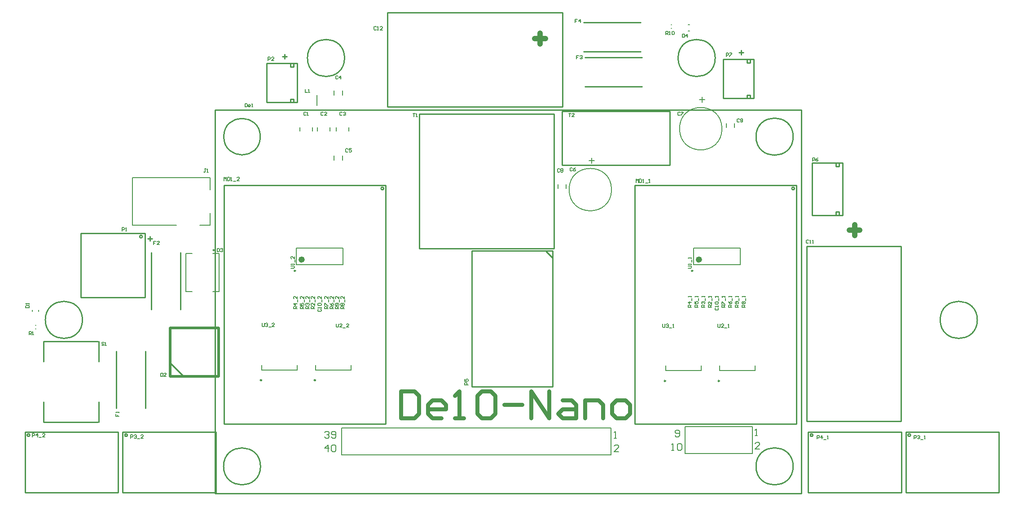
<source format=gto>
G04*
G04 #@! TF.GenerationSoftware,Altium Limited,Altium Designer,22.3.1 (43)*
G04*
G04 Layer_Color=65535*
%FSLAX44Y44*%
%MOMM*%
G71*
G04*
G04 #@! TF.SameCoordinates,183D5ADB-B2EB-4085-A593-B9F204B0C739*
G04*
G04*
G04 #@! TF.FilePolarity,Positive*
G04*
G01*
G75*
%ADD10C,0.2540*%
%ADD11C,0.1000*%
%ADD12C,0.2500*%
%ADD13C,0.6000*%
%ADD14C,0.2000*%
%ADD15C,0.5080*%
%ADD16C,1.0000*%
%ADD17C,0.7620*%
%ADD18C,0.2032*%
%ADD19C,0.1500*%
%ADD20C,0.1270*%
D10*
X-926905Y67020D02*
G03*
X-926905Y67020I-2540J0D01*
G01*
X303037Y157730D02*
G03*
X303037Y157730I-2540J0D01*
G01*
X-471663Y157730D02*
G03*
X-471663Y157730I-2540J0D01*
G01*
X-704036Y-366772D02*
G03*
X-704036Y-366772I-34855J0D01*
G01*
X300533D02*
G03*
X300533Y-366772I-35024J0D01*
G01*
X300545Y255528D02*
G03*
X300545Y255528I-35037J0D01*
G01*
X-704486D02*
G03*
X-704486Y255528I-34405J0D01*
G01*
X-955046Y-307843D02*
G03*
X-955046Y-307843I-2540J0D01*
G01*
X-1139196D02*
G03*
X-1139196Y-307843I-2540J0D01*
G01*
X521964Y-307843D02*
G03*
X521964Y-307843I-2540J0D01*
G01*
X337814D02*
G03*
X337814Y-307843I-2540J0D01*
G01*
X-545528Y404018D02*
G03*
X-545528Y404018I-35014J0D01*
G01*
X153565Y404019D02*
G03*
X153565Y404019I-35014J0D01*
G01*
X647898Y-90315D02*
G03*
X647898Y-90315I-35014J0D01*
G01*
X-1039861Y-90314D02*
G03*
X-1039861Y-90314I-35014J0D01*
G01*
X-305555Y40340D02*
X-153155D01*
Y-216200D02*
Y40340D01*
X-165855Y39070D02*
X-153155Y26370D01*
X-305555Y-216200D02*
X-153155D01*
X-305555D02*
Y40340D01*
X-1043095Y-48230D02*
X-921505D01*
Y73370D01*
X-1043095D02*
X-921505D01*
X-1043095Y-48230D02*
Y73370D01*
X67825Y201630D02*
Y303230D01*
X-135375D02*
X67825D01*
X-135375Y201630D02*
X67825D01*
X-135375D02*
Y303230D01*
X-464392Y489359D02*
X-134192D01*
X-464392Y311559D02*
Y489359D01*
X-134192Y311559D02*
Y489359D01*
X-464392Y311559D02*
X-134192D01*
X326489Y-281682D02*
Y48518D01*
Y-281682D02*
X504289D01*
X326489Y48518D02*
X504289D01*
Y-281682D02*
Y48518D01*
X-975942Y-257192D02*
Y-149691D01*
X-920942Y-257192D02*
Y-149691D01*
X-94642Y470989D02*
X12858D01*
X-94642Y415989D02*
X12858D01*
X-92102Y404949D02*
X15398D01*
X-92102Y349949D02*
X15398D01*
X-854902Y-70771D02*
Y36729D01*
X-909902Y-70771D02*
Y36729D01*
X306847Y-286770D02*
Y164080D01*
X2047D02*
X306847D01*
X2047Y-286770D02*
Y164080D01*
Y-286770D02*
X306847D01*
X-467853Y-286770D02*
Y164080D01*
X-772653D02*
X-467853D01*
X-772653Y-286770D02*
Y164080D01*
Y-286770D02*
X-467853D01*
X-150881Y44708D02*
Y298708D01*
X-404881D02*
X-150881D01*
X-404881Y44708D02*
Y298708D01*
Y44708D02*
X-150881Y44708D01*
X316309Y-417572D02*
Y306328D01*
X-789691Y-417572D02*
X316309D01*
X-789691D02*
Y306328D01*
X316309D01*
X-963936Y-301493D02*
X-788168D01*
Y-416555D02*
Y-301493D01*
X-963936Y-416555D02*
X-788168D01*
X-963936D02*
Y-301493D01*
X-1148086D02*
X-972318D01*
Y-416555D02*
Y-301493D01*
X-1148086Y-416555D02*
X-972318D01*
X-1148086D02*
Y-301493D01*
X513074Y-301493D02*
X688842D01*
Y-416555D02*
Y-301493D01*
X513074Y-416555D02*
X688842D01*
X513074D02*
Y-301493D01*
X328924D02*
X504692D01*
Y-416555D02*
Y-301493D01*
X328924Y-416555D02*
X504692D01*
X328924D02*
Y-301493D01*
X380920Y107192D02*
Y113542D01*
X387270D01*
Y107192D02*
Y113542D01*
X380920Y199394D02*
Y205744D01*
Y199394D02*
X387270D01*
Y205744D01*
X336216Y107192D02*
X393620D01*
Y205744D01*
X336216Y107192D02*
Y205744D01*
X393620D01*
X-692664Y393704D02*
X-635260D01*
X-692664Y320045D02*
Y393704D01*
X-635260Y320045D02*
Y393704D01*
X-692664Y320045D02*
X-635260D01*
X-641610Y387355D02*
Y393704D01*
X-647960Y387355D02*
X-641610D01*
X-647960D02*
Y393704D01*
X-641610Y320045D02*
Y326395D01*
X-647960D02*
X-641610D01*
X-647960Y320045D02*
Y326395D01*
X168576Y401325D02*
X225980D01*
X168576Y327664D02*
Y401325D01*
X225980Y327664D02*
Y401325D01*
X168576Y327664D02*
X225980D01*
X219630Y394975D02*
Y401325D01*
X213280Y394975D02*
X219630D01*
X213280D02*
Y401325D01*
X219630Y327664D02*
Y334015D01*
X213280D02*
X219630D01*
X213280Y327664D02*
Y334015D01*
X-874515Y-171750D02*
X-849115Y-197150D01*
X-1112272Y-282952D02*
X-1010672D01*
X-1113542D02*
Y-244851D01*
X-1009402Y-282952D02*
Y-244851D01*
Y-168652D02*
Y-130552D01*
X-1112272D02*
X-1010672D01*
X-1113542Y-168652D02*
Y-130552D01*
X-912193Y67180D02*
Y58716D01*
X-907962Y62948D02*
X-916425D01*
X-658460Y411231D02*
Y402767D01*
X-654228Y406999D02*
X-662692D01*
X202780Y418851D02*
Y410387D01*
X207012Y414619D02*
X198548D01*
D11*
X-1136874Y-89372D02*
G03*
X-1136874Y-89372I-500J0D01*
G01*
X88167Y470390D02*
G03*
X88167Y470390I-500J0D01*
G01*
D12*
X161647Y-205490D02*
G03*
X161647Y-205490I-1250J0D01*
G01*
X-600353Y-204220D02*
G03*
X-600353Y-204220I-1250J0D01*
G01*
X60047Y-205490D02*
G03*
X60047Y-205490I-1250J0D01*
G01*
X-701953Y-204220D02*
G03*
X-701953Y-204220I-1250J0D01*
G01*
X111375Y2350D02*
G03*
X111375Y2350I-1250J0D01*
G01*
X-637925Y2350D02*
G03*
X-637925Y2350I-1250J0D01*
G01*
X-791055Y41490D02*
G03*
X-791055Y41490I-1250J0D01*
G01*
D13*
X125725Y23600D02*
G03*
X125725Y23600I-3000J0D01*
G01*
X-623575Y23600D02*
G03*
X-623575Y23600I-3000J0D01*
G01*
D14*
X166245Y270530D02*
G03*
X166245Y270530I-40000J0D01*
G01*
X-42035Y155590D02*
G03*
X-42035Y155590I-40000J0D01*
G01*
X-597832Y314109D02*
Y334109D01*
X-1134253Y-74500D02*
Y-71500D01*
X-1122253Y-74500D02*
Y-71500D01*
X102538Y467269D02*
X105538D01*
X102538Y455269D02*
X105538D01*
X-1128753Y-107390D02*
X-1127753D01*
X-1128753Y-100390D02*
X-1127753D01*
X70229Y467309D02*
X71229D01*
X70229Y460309D02*
X71229D01*
X161547Y-185990D02*
Y-176990D01*
Y-185990D02*
X228547D01*
Y-176990D01*
X-600452Y-184720D02*
Y-175720D01*
Y-184720D02*
X-533453D01*
Y-175720D01*
X59948Y-185990D02*
Y-176990D01*
Y-185990D02*
X126947D01*
Y-176990D01*
X-702053Y-184720D02*
Y-175720D01*
Y-184720D02*
X-635053D01*
Y-175720D01*
X200725Y13600D02*
Y45600D01*
X112725Y13600D02*
Y45600D01*
X200725D01*
X112725Y13600D02*
X200725D01*
X-548575Y13600D02*
Y45600D01*
X-636575Y13600D02*
Y45600D01*
X-548575D01*
X-636575Y13600D02*
X-548575D01*
X-43091Y-345172D02*
Y-294372D01*
X-551091Y-345172D02*
X-43091D01*
X-551091Y-294372D02*
X-43091D01*
X-551091Y-345172D02*
Y-294372D01*
X96909Y-291872D02*
X223909D01*
X96909Y-342672D02*
X223909D01*
Y-291872D01*
X96909Y-342672D02*
Y-291872D01*
X-606492Y265969D02*
Y272969D01*
X-629992Y265969D02*
Y272969D01*
X-572961Y265968D02*
Y272968D01*
X-596461Y265968D02*
Y272968D01*
X-537401Y265968D02*
Y272968D01*
X-560901Y265968D02*
Y272968D01*
X-565102Y334358D02*
Y342359D01*
X-549102Y334358D02*
Y342359D01*
X-549102Y211370D02*
Y219370D01*
X-565102Y211370D02*
Y219370D01*
X-799475Y178220D02*
X-799475Y155220D01*
X-945475Y178220D02*
X-799475D01*
X-945475Y88220D02*
Y178220D01*
X-799475Y88220D02*
Y111220D01*
X-818475Y88220D02*
X-799475D01*
X-945475D02*
X-862475D01*
X-782055Y-37010D02*
Y34990D01*
X-845055Y-37010D02*
Y34990D01*
X-793805D02*
X-782055D01*
X-793805Y-37010D02*
X-782055D01*
X-845055Y34990D02*
X-833305D01*
X-845055Y-37010D02*
X-833305D01*
X-127875Y157790D02*
Y165790D01*
X-142875Y157790D02*
Y165790D01*
X174625Y273030D02*
Y281030D01*
X189624Y273030D02*
Y281030D01*
D15*
X-874515Y-197150D02*
Y-105710D01*
X-783075Y-197150D02*
Y-105710D01*
X-874515Y-197150D02*
X-783075D01*
X-874515Y-105710D02*
X-783075D01*
D16*
X-166965Y440883D02*
X-186959D01*
X-176962Y430886D02*
Y450880D01*
X416335Y89318D02*
Y69325D01*
X426332Y79322D02*
X406339D01*
D17*
X-438905Y-224936D02*
Y-275720D01*
X-413514D01*
X-405050Y-267256D01*
Y-233400D01*
X-413514Y-224936D01*
X-438905D01*
X-362730Y-275720D02*
X-379658D01*
X-388122Y-267256D01*
Y-250328D01*
X-379658Y-241864D01*
X-362730D01*
X-354266Y-250328D01*
Y-258792D01*
X-388122D01*
X-337338Y-275720D02*
X-320410D01*
X-328874D01*
Y-224936D01*
X-337338Y-233400D01*
X-295019D02*
X-286555Y-224936D01*
X-269627D01*
X-261163Y-233400D01*
Y-267256D01*
X-269627Y-275720D01*
X-286555D01*
X-295019Y-267256D01*
Y-233400D01*
X-244235Y-250328D02*
X-210379D01*
X-193451Y-275720D02*
Y-224936D01*
X-159596Y-275720D01*
Y-224936D01*
X-134204Y-241864D02*
X-117276D01*
X-108812Y-250328D01*
Y-275720D01*
X-134204D01*
X-142668Y-267256D01*
X-134204Y-258792D01*
X-108812D01*
X-91884Y-275720D02*
Y-241864D01*
X-66492D01*
X-58028Y-250328D01*
Y-275720D01*
X-32637D02*
X-15709D01*
X-7245Y-267256D01*
Y-250328D01*
X-15709Y-241864D01*
X-32637D01*
X-41101Y-250328D01*
Y-267256D01*
X-32637Y-275720D01*
D18*
X-36741Y-313422D02*
X-32510D01*
X-34625D01*
Y-300726D01*
X-36741Y-302842D01*
X-28277Y-338822D02*
X-36741D01*
X-28277Y-330358D01*
Y-328242D01*
X-30394Y-326126D01*
X-34625D01*
X-36741Y-328242D01*
X-576493Y-338822D02*
Y-326126D01*
X-582841Y-332474D01*
X-574378D01*
X-570145Y-328242D02*
X-568030Y-326126D01*
X-563798D01*
X-561682Y-328242D01*
Y-336706D01*
X-563798Y-338822D01*
X-568030D01*
X-570145Y-336706D01*
Y-328242D01*
X-582841Y-302842D02*
X-580726Y-300726D01*
X-576493D01*
X-574378Y-302842D01*
Y-304958D01*
X-576493Y-307074D01*
X-578610D01*
X-576493D01*
X-574378Y-309190D01*
Y-311306D01*
X-576493Y-313422D01*
X-580726D01*
X-582841Y-311306D01*
X-570145D02*
X-568030Y-313422D01*
X-563798D01*
X-561682Y-311306D01*
Y-302842D01*
X-563798Y-300726D01*
X-568030D01*
X-570145Y-302842D01*
Y-304958D01*
X-568030Y-307074D01*
X-561682D01*
X71509Y-336322D02*
X75740D01*
X73625D01*
Y-323626D01*
X71509Y-325742D01*
X82088D02*
X84205Y-323626D01*
X88436D01*
X90552Y-325742D01*
Y-334206D01*
X88436Y-336322D01*
X84205D01*
X82088Y-334206D01*
Y-325742D01*
X77859Y-308806D02*
X79974Y-310922D01*
X84206D01*
X86322Y-308806D01*
Y-300342D01*
X84206Y-298226D01*
X79974D01*
X77859Y-300342D01*
Y-302458D01*
X79974Y-304574D01*
X86322D01*
X229115Y-308740D02*
X233347D01*
X231231D01*
Y-296044D01*
X229115Y-298160D01*
X237579Y-334140D02*
X229115D01*
X237579Y-325676D01*
Y-323560D01*
X235462Y-321444D01*
X231231D01*
X229115Y-323560D01*
D19*
X128747Y320530D02*
Y330527D01*
X123749Y325529D02*
X133745D01*
X-79533Y205590D02*
Y215587D01*
X-84531Y210588D02*
X-74534D01*
D20*
X-964841Y77587D02*
Y83935D01*
X-961667D01*
X-960609Y82877D01*
Y80761D01*
X-961667Y79703D01*
X-964841D01*
X-958493Y77587D02*
X-956377D01*
X-957435D01*
Y83935D01*
X-958493Y82877D01*
X-122641Y299342D02*
X-118409D01*
X-120525D01*
Y292994D01*
X-112061D02*
X-116293D01*
X-112061Y297226D01*
Y298284D01*
X-113119Y299342D01*
X-115235D01*
X-116293Y298284D01*
X-116113Y196126D02*
X-117171Y197184D01*
X-119287D01*
X-120345Y196126D01*
Y191894D01*
X-119287Y190836D01*
X-117171D01*
X-116113Y191894D01*
X-109765Y197184D02*
X-111881Y196126D01*
X-113997Y194010D01*
Y191894D01*
X-112939Y190836D01*
X-110823D01*
X-109765Y191894D01*
Y192952D01*
X-110823Y194010D01*
X-113997D01*
X-139786Y193934D02*
X-140844Y194992D01*
X-142960D01*
X-144018Y193934D01*
Y189702D01*
X-142960Y188644D01*
X-140844D01*
X-139786Y189702D01*
X-137670Y193934D02*
X-136612Y194992D01*
X-134496D01*
X-133438Y193934D01*
Y192876D01*
X-134496Y191818D01*
X-133438Y190760D01*
Y189702D01*
X-134496Y188644D01*
X-136612D01*
X-137670Y189702D01*
Y190760D01*
X-136612Y191818D01*
X-137670Y192876D01*
Y193934D01*
X-136612Y191818D02*
X-134496D01*
X329584Y59524D02*
X328526Y60582D01*
X326410D01*
X325352Y59524D01*
Y55292D01*
X326410Y54234D01*
X328526D01*
X329584Y55292D01*
X331700Y54234D02*
X333816D01*
X332758D01*
Y60582D01*
X331700Y59524D01*
X336990Y54234D02*
X339105D01*
X338048D01*
Y60582D01*
X336990Y59524D01*
X345782Y-314889D02*
Y-308541D01*
X348956D01*
X350014Y-309599D01*
Y-311715D01*
X348956Y-312773D01*
X345782D01*
X355304Y-314889D02*
Y-308541D01*
X352130Y-311715D01*
X356362D01*
X358478Y-315947D02*
X362710D01*
X364826Y-314889D02*
X366942D01*
X365884D01*
Y-308541D01*
X364826Y-309599D01*
X528662Y-314889D02*
Y-308541D01*
X531836D01*
X532894Y-309599D01*
Y-311715D01*
X531836Y-312773D01*
X528662D01*
X535010Y-309599D02*
X536068Y-308541D01*
X538184D01*
X539242Y-309599D01*
Y-310657D01*
X538184Y-311715D01*
X537126D01*
X538184D01*
X539242Y-312773D01*
Y-313831D01*
X538184Y-314889D01*
X536068D01*
X535010Y-313831D01*
X541358Y-315947D02*
X545590D01*
X547706Y-314889D02*
X549822D01*
X548764D01*
Y-308541D01*
X547706Y-309599D01*
X-700999Y-96369D02*
Y-101659D01*
X-699941Y-102717D01*
X-697825D01*
X-696767Y-101659D01*
Y-96369D01*
X-694651Y-97427D02*
X-693593Y-96369D01*
X-691477D01*
X-690419Y-97427D01*
Y-98485D01*
X-691477Y-99543D01*
X-692535D01*
X-691477D01*
X-690419Y-100601D01*
Y-101659D01*
X-691477Y-102717D01*
X-693593D01*
X-694651Y-101659D01*
X-688303Y-103775D02*
X-684072D01*
X-677723Y-102717D02*
X-681955D01*
X-677723Y-98485D01*
Y-97427D01*
X-678782Y-96369D01*
X-680898D01*
X-681955Y-97427D01*
X-485875Y462265D02*
X-486933Y463322D01*
X-489049D01*
X-490107Y462265D01*
Y458033D01*
X-489049Y456975D01*
X-486933D01*
X-485875Y458033D01*
X-483759Y456975D02*
X-481643D01*
X-482701D01*
Y463322D01*
X-483759Y462265D01*
X-474237Y456975D02*
X-478469D01*
X-474237Y461207D01*
Y462265D01*
X-475295Y463322D01*
X-477411D01*
X-478469Y462265D01*
X60134Y447935D02*
Y454282D01*
X63308D01*
X64366Y453224D01*
Y451109D01*
X63308Y450051D01*
X60134D01*
X62250D02*
X64366Y447935D01*
X66482D02*
X68598D01*
X67540D01*
Y454282D01*
X66482Y453224D01*
X71772D02*
X72830Y454282D01*
X74946D01*
X76004Y453224D01*
Y448993D01*
X74946Y447935D01*
X72830D01*
X71772Y448993D01*
Y453224D01*
X91538Y449202D02*
Y442855D01*
X94712D01*
X95770Y443913D01*
Y448144D01*
X94712Y449202D01*
X91538D01*
X101060Y442855D02*
Y449202D01*
X97886Y446029D01*
X102118D01*
X54625Y-98087D02*
Y-103377D01*
X55683Y-104435D01*
X57799D01*
X58857Y-103377D01*
Y-98087D01*
X60973Y-99145D02*
X62031Y-98087D01*
X64147D01*
X65205Y-99145D01*
Y-100203D01*
X64147Y-101261D01*
X63089D01*
X64147D01*
X65205Y-102319D01*
Y-103377D01*
X64147Y-104435D01*
X62031D01*
X60973Y-103377D01*
X67321Y-105493D02*
X71553D01*
X73669Y-104435D02*
X75785D01*
X74727D01*
Y-98087D01*
X73669Y-99145D01*
X-561119Y-97639D02*
Y-102928D01*
X-560061Y-103986D01*
X-557946D01*
X-556888Y-102928D01*
Y-97639D01*
X-550540Y-103986D02*
X-554772D01*
X-550540Y-99754D01*
Y-98696D01*
X-551598Y-97639D01*
X-553714D01*
X-554772Y-98696D01*
X-548424Y-105044D02*
X-544192D01*
X-537844Y-103986D02*
X-542076D01*
X-537844Y-99754D01*
Y-98696D01*
X-538902Y-97639D01*
X-541018D01*
X-542076Y-98696D01*
X158845Y-98087D02*
Y-103377D01*
X159903Y-104435D01*
X162019D01*
X163077Y-103377D01*
Y-98087D01*
X169425Y-104435D02*
X165193D01*
X169425Y-100203D01*
Y-99145D01*
X168367Y-98087D01*
X166251D01*
X165193Y-99145D01*
X171541Y-105493D02*
X175773D01*
X177889Y-104435D02*
X180005D01*
X178947D01*
Y-98087D01*
X177889Y-99145D01*
X-1134070Y-310996D02*
Y-304648D01*
X-1130895D01*
X-1129837Y-305707D01*
Y-307822D01*
X-1130895Y-308881D01*
X-1134070D01*
X-1124548Y-310996D02*
Y-304648D01*
X-1127721Y-307822D01*
X-1123490D01*
X-1121374Y-312054D02*
X-1117142D01*
X-1110794Y-310996D02*
X-1115026D01*
X-1110794Y-306765D01*
Y-305707D01*
X-1111852Y-304648D01*
X-1113968D01*
X-1115026Y-305707D01*
X-948650Y-313536D02*
Y-307188D01*
X-945475D01*
X-944417Y-308246D01*
Y-310362D01*
X-945475Y-311420D01*
X-948650D01*
X-942301Y-308246D02*
X-941244Y-307188D01*
X-939128D01*
X-938070Y-308246D01*
Y-309305D01*
X-939128Y-310362D01*
X-940186D01*
X-939128D01*
X-938070Y-311420D01*
Y-312478D01*
X-939128Y-313536D01*
X-941244D01*
X-942301Y-312478D01*
X-935954Y-314594D02*
X-931722D01*
X-925374Y-313536D02*
X-929606D01*
X-925374Y-309305D01*
Y-308246D01*
X-926432Y-307188D01*
X-928548D01*
X-929606Y-308246D01*
X-772668Y172642D02*
Y178990D01*
X-770552Y176874D01*
X-768436Y178990D01*
Y172642D01*
X-766320Y178990D02*
Y172642D01*
X-763146D01*
X-762088Y173700D01*
Y177932D01*
X-763146Y178990D01*
X-766320D01*
X-759973Y172642D02*
X-757857D01*
X-758914D01*
Y178990D01*
X-759973Y177932D01*
X-754682Y171584D02*
X-750451D01*
X-744103Y172642D02*
X-748335D01*
X-744103Y176874D01*
Y177932D01*
X-745161Y178990D01*
X-747277D01*
X-748335Y177932D01*
X4044Y169063D02*
Y175411D01*
X6160Y173295D01*
X8276Y175411D01*
Y169063D01*
X10392Y175411D02*
Y169063D01*
X13566D01*
X14624Y170121D01*
Y174353D01*
X13566Y175411D01*
X10392D01*
X16740Y169063D02*
X18856D01*
X17798D01*
Y175411D01*
X16740Y174353D01*
X22030Y168005D02*
X26261D01*
X28377Y169063D02*
X30494D01*
X29436D01*
Y175411D01*
X28377Y174353D01*
X-901240Y58042D02*
X-905471D01*
Y54869D01*
X-903356D01*
X-905471D01*
Y51695D01*
X-894892D02*
X-899124D01*
X-894892Y55927D01*
Y56985D01*
X-895950Y58042D01*
X-898066D01*
X-899124Y56985D01*
X-785825Y44784D02*
Y38436D01*
X-782651D01*
X-781593Y39494D01*
Y43726D01*
X-782651Y44784D01*
X-785825D01*
X-779477Y43726D02*
X-778419Y44784D01*
X-776303D01*
X-775245Y43726D01*
Y42668D01*
X-776303Y41610D01*
X-777361D01*
X-776303D01*
X-775245Y40552D01*
Y39494D01*
X-776303Y38436D01*
X-778419D01*
X-779477Y39494D01*
X-103680Y408563D02*
X-107912D01*
Y405389D01*
X-105796D01*
X-107912D01*
Y402215D01*
X-101564Y407505D02*
X-100506Y408563D01*
X-98390D01*
X-97332Y407505D01*
Y406447D01*
X-98390Y405389D01*
X-99448D01*
X-98390D01*
X-97332Y404331D01*
Y403273D01*
X-98390Y402215D01*
X-100506D01*
X-101564Y403273D01*
X-733331Y318004D02*
Y311656D01*
X-730157D01*
X-729099Y312714D01*
Y316946D01*
X-730157Y318004D01*
X-733331D01*
X-723809Y311656D02*
X-725925D01*
X-726983Y312714D01*
Y314830D01*
X-725925Y315888D01*
X-723809D01*
X-722751Y314830D01*
Y313772D01*
X-726983D01*
X-720636Y311656D02*
X-718520D01*
X-719577D01*
Y318004D01*
X-720636Y316946D01*
X-556385Y-69368D02*
X-562733D01*
Y-66194D01*
X-561675Y-65136D01*
X-559559D01*
X-558501Y-66194D01*
Y-69368D01*
Y-67252D02*
X-556385Y-65136D01*
X-557443Y-63020D02*
X-556385Y-61962D01*
Y-59846D01*
X-557443Y-58788D01*
X-561675D01*
X-562733Y-59846D01*
Y-61962D01*
X-561675Y-63020D01*
X-560617D01*
X-559559Y-61962D01*
Y-58788D01*
X-555327Y-56673D02*
Y-52441D01*
X-556385Y-46093D02*
Y-50325D01*
X-560617Y-46093D01*
X-561675D01*
X-562733Y-47151D01*
Y-49267D01*
X-561675Y-50325D01*
X197470Y-66480D02*
X191122D01*
Y-63306D01*
X192180Y-62248D01*
X194296D01*
X195354Y-63306D01*
Y-66480D01*
Y-64364D02*
X197470Y-62248D01*
X196412Y-60132D02*
X197470Y-59074D01*
Y-56958D01*
X196412Y-55900D01*
X192180D01*
X191122Y-56958D01*
Y-59074D01*
X192180Y-60132D01*
X193238D01*
X194296Y-59074D01*
Y-55900D01*
X198528Y-53784D02*
Y-49552D01*
X197470Y-47436D02*
Y-45320D01*
Y-46378D01*
X191122D01*
X192180Y-47436D01*
X-546225Y-69368D02*
X-552573D01*
Y-66194D01*
X-551515Y-65136D01*
X-549399D01*
X-548341Y-66194D01*
Y-69368D01*
Y-67252D02*
X-546225Y-65136D01*
X-551515Y-63020D02*
X-552573Y-61962D01*
Y-59846D01*
X-551515Y-58788D01*
X-550457D01*
X-549399Y-59846D01*
X-548341Y-58788D01*
X-547283D01*
X-546225Y-59846D01*
Y-61962D01*
X-547283Y-63020D01*
X-548341D01*
X-549399Y-61962D01*
X-550457Y-63020D01*
X-551515D01*
X-549399Y-61962D02*
Y-59846D01*
X-545167Y-56672D02*
Y-52440D01*
X-546225Y-46093D02*
Y-50325D01*
X-550457Y-46093D01*
X-551515D01*
X-552573Y-47151D01*
Y-49267D01*
X-551515Y-50325D01*
X210170Y-66480D02*
X203822D01*
Y-63306D01*
X204880Y-62248D01*
X206996D01*
X208054Y-63306D01*
Y-66480D01*
Y-64364D02*
X210170Y-62248D01*
X204880Y-60132D02*
X203822Y-59074D01*
Y-56958D01*
X204880Y-55900D01*
X205938D01*
X206996Y-56958D01*
X208054Y-55900D01*
X209112D01*
X210170Y-56958D01*
Y-59074D01*
X209112Y-60132D01*
X208054D01*
X206996Y-59074D01*
X205938Y-60132D01*
X204880D01*
X206996Y-59074D02*
Y-56958D01*
X211228Y-53784D02*
Y-49552D01*
X210170Y-47436D02*
Y-45320D01*
Y-46378D01*
X203822D01*
X204880Y-47436D01*
X-622425Y-69368D02*
X-628773D01*
Y-66194D01*
X-627715Y-65136D01*
X-625599D01*
X-624541Y-66194D01*
Y-69368D01*
Y-67252D02*
X-622425Y-65136D01*
X-628773Y-58788D02*
Y-63020D01*
X-625599D01*
X-626657Y-60904D01*
Y-59846D01*
X-625599Y-58788D01*
X-623483D01*
X-622425Y-59846D01*
Y-61962D01*
X-623483Y-63020D01*
X-621367Y-56673D02*
Y-52441D01*
X-622425Y-46093D02*
Y-50325D01*
X-626657Y-46093D01*
X-627715D01*
X-628773Y-47151D01*
Y-49267D01*
X-627715Y-50325D01*
X121270Y-66480D02*
X114922D01*
Y-63306D01*
X115980Y-62248D01*
X118096D01*
X119154Y-63306D01*
Y-66480D01*
Y-64364D02*
X121270Y-62248D01*
X114922Y-55900D02*
Y-60132D01*
X118096D01*
X117038Y-58016D01*
Y-56958D01*
X118096Y-55900D01*
X120212D01*
X121270Y-56958D01*
Y-59074D01*
X120212Y-60132D01*
X122328Y-53784D02*
Y-49552D01*
X121270Y-47436D02*
Y-45320D01*
Y-46378D01*
X114922D01*
X115980Y-47436D01*
X-635125Y-69368D02*
X-641473D01*
Y-66194D01*
X-640415Y-65136D01*
X-638299D01*
X-637241Y-66194D01*
Y-69368D01*
Y-67252D02*
X-635125Y-65136D01*
Y-59846D02*
X-641473D01*
X-638299Y-63020D01*
Y-58788D01*
X-634067Y-56673D02*
Y-52441D01*
X-635125Y-46093D02*
Y-50325D01*
X-639357Y-46093D01*
X-640415D01*
X-641473Y-47151D01*
Y-49267D01*
X-640415Y-50325D01*
X108570Y-66480D02*
X102222D01*
Y-63306D01*
X103280Y-62248D01*
X105396D01*
X106454Y-63306D01*
Y-66480D01*
Y-64364D02*
X108570Y-62248D01*
Y-56958D02*
X102222D01*
X105396Y-60132D01*
Y-55900D01*
X109628Y-53784D02*
Y-49552D01*
X108570Y-47436D02*
Y-45320D01*
Y-46378D01*
X102222D01*
X103280Y-47436D01*
X-576705Y-69368D02*
X-583053D01*
Y-66194D01*
X-581995Y-65136D01*
X-579879D01*
X-578821Y-66194D01*
Y-69368D01*
Y-67252D02*
X-576705Y-65136D01*
X-583053Y-63020D02*
Y-58788D01*
X-581995D01*
X-577763Y-63020D01*
X-576705D01*
X-575647Y-56673D02*
Y-52441D01*
X-576705Y-46093D02*
Y-50325D01*
X-580937Y-46093D01*
X-581995D01*
X-583053Y-47151D01*
Y-49267D01*
X-581995Y-50325D01*
X172070Y-66650D02*
X165722D01*
Y-63476D01*
X166780Y-62418D01*
X168896D01*
X169954Y-63476D01*
Y-66650D01*
Y-64534D02*
X172070Y-62418D01*
X165722Y-60302D02*
Y-56070D01*
X166780D01*
X171012Y-60302D01*
X172070D01*
X173128Y-53954D02*
Y-49722D01*
X172070Y-47606D02*
Y-45490D01*
Y-46548D01*
X165722D01*
X166780Y-47606D01*
X-566545Y-69368D02*
X-572893D01*
Y-66194D01*
X-571835Y-65136D01*
X-569719D01*
X-568661Y-66194D01*
Y-69368D01*
Y-67252D02*
X-566545Y-65136D01*
X-572893Y-58788D02*
X-571835Y-60904D01*
X-569719Y-63020D01*
X-567603D01*
X-566545Y-61962D01*
Y-59846D01*
X-567603Y-58788D01*
X-568661D01*
X-569719Y-59846D01*
Y-63020D01*
X-565487Y-56673D02*
Y-52441D01*
X-566545Y-46093D02*
Y-50325D01*
X-570777Y-46093D01*
X-571835D01*
X-572893Y-47151D01*
Y-49267D01*
X-571835Y-50325D01*
X184770Y-66480D02*
X178422D01*
Y-63306D01*
X179480Y-62248D01*
X181596D01*
X182654Y-63306D01*
Y-66480D01*
Y-64364D02*
X184770Y-62248D01*
X178422Y-55900D02*
X179480Y-58016D01*
X181596Y-60132D01*
X183712D01*
X184770Y-59074D01*
Y-56958D01*
X183712Y-55900D01*
X182654D01*
X181596Y-56958D01*
Y-60132D01*
X185828Y-53784D02*
Y-49552D01*
X184770Y-47436D02*
Y-45320D01*
Y-46378D01*
X178422D01*
X179480Y-47436D01*
X-612265Y-69368D02*
X-618613D01*
Y-66194D01*
X-617555Y-65136D01*
X-615439D01*
X-614381Y-66194D01*
Y-69368D01*
Y-67252D02*
X-612265Y-65136D01*
X-617555Y-63020D02*
X-618613Y-61962D01*
Y-59846D01*
X-617555Y-58788D01*
X-616497D01*
X-615439Y-59846D01*
Y-60904D01*
Y-59846D01*
X-614381Y-58788D01*
X-613323D01*
X-612265Y-59846D01*
Y-61962D01*
X-613323Y-63020D01*
X-611207Y-56673D02*
Y-52441D01*
X-612265Y-46093D02*
Y-50325D01*
X-616497Y-46093D01*
X-617555D01*
X-618613Y-47151D01*
Y-49267D01*
X-617555Y-50325D01*
X133970Y-66480D02*
X127622D01*
Y-63306D01*
X128680Y-62248D01*
X130796D01*
X131854Y-63306D01*
Y-66480D01*
Y-64364D02*
X133970Y-62248D01*
X128680Y-60132D02*
X127622Y-59074D01*
Y-56958D01*
X128680Y-55900D01*
X129738D01*
X130796Y-56958D01*
Y-58016D01*
Y-56958D01*
X131854Y-55900D01*
X132912D01*
X133970Y-56958D01*
Y-59074D01*
X132912Y-60132D01*
X135028Y-53784D02*
Y-49552D01*
X133970Y-47436D02*
Y-45320D01*
Y-46378D01*
X127622D01*
X128680Y-47436D01*
X-602105Y-69368D02*
X-608453D01*
Y-66194D01*
X-607395Y-65136D01*
X-605279D01*
X-604221Y-66194D01*
Y-69368D01*
Y-67252D02*
X-602105Y-65136D01*
Y-58788D02*
Y-63020D01*
X-606337Y-58788D01*
X-607395D01*
X-608453Y-59846D01*
Y-61962D01*
X-607395Y-63020D01*
X-601047Y-56673D02*
Y-52441D01*
X-602105Y-46093D02*
Y-50325D01*
X-606337Y-46093D01*
X-607395D01*
X-608453Y-47151D01*
Y-49267D01*
X-607395Y-50325D01*
X146670Y-66650D02*
X140322D01*
Y-63476D01*
X141380Y-62418D01*
X143496D01*
X144554Y-63476D01*
Y-66650D01*
Y-64534D02*
X146670Y-62418D01*
Y-56070D02*
Y-60302D01*
X142438Y-56070D01*
X141380D01*
X140322Y-57128D01*
Y-59244D01*
X141380Y-60302D01*
X147728Y-53954D02*
Y-49722D01*
X146670Y-47606D02*
Y-45490D01*
Y-46548D01*
X140322D01*
X141380Y-47606D01*
X-416733Y299342D02*
X-412501D01*
X-414617D01*
Y292994D01*
X-410385D02*
X-408270D01*
X-409328D01*
Y299342D01*
X-410385Y298284D01*
X174208Y406787D02*
Y413134D01*
X177382D01*
X178440Y412076D01*
Y409961D01*
X177382Y408903D01*
X174208D01*
X180556Y413134D02*
X184788D01*
Y412076D01*
X180556Y407845D01*
Y406787D01*
X337099Y209174D02*
Y215522D01*
X340273D01*
X341331Y214464D01*
Y212348D01*
X340273Y211290D01*
X337099D01*
X347679Y215522D02*
X345563Y214464D01*
X343447Y212348D01*
Y210232D01*
X344505Y209174D01*
X346621D01*
X347679Y210232D01*
Y211290D01*
X346621Y212348D01*
X343447D01*
X-312541Y-212600D02*
X-318889D01*
Y-209426D01*
X-317831Y-208368D01*
X-315715D01*
X-314657Y-209426D01*
Y-212600D01*
X-318889Y-202020D02*
Y-206252D01*
X-315715D01*
X-316773Y-204136D01*
Y-203078D01*
X-315715Y-202020D01*
X-313599D01*
X-312541Y-203078D01*
Y-205194D01*
X-313599Y-206252D01*
X-106220Y477142D02*
X-110451D01*
Y473969D01*
X-108336D01*
X-110451D01*
Y470795D01*
X-100930D02*
Y477142D01*
X-104104Y473969D01*
X-99872D01*
X-646553Y7361D02*
X-641263D01*
X-640205Y8419D01*
Y10535D01*
X-641263Y11593D01*
X-646553D01*
X-640205Y13709D02*
Y15825D01*
Y14767D01*
X-646553D01*
X-645495Y13709D01*
X-639147Y18999D02*
Y23231D01*
X-640205Y29578D02*
Y25347D01*
X-644437Y29578D01*
X-645495D01*
X-646553Y28521D01*
Y26405D01*
X-645495Y25347D01*
X102222Y7539D02*
X107512D01*
X108570Y8597D01*
Y10713D01*
X107512Y11771D01*
X102222D01*
X108570Y13887D02*
Y16003D01*
Y14945D01*
X102222D01*
X103280Y13887D01*
X109628Y19177D02*
Y23409D01*
X108570Y25525D02*
Y27641D01*
Y26583D01*
X102222D01*
X103280Y25525D01*
X-999242Y-133516D02*
X-1000300Y-132458D01*
X-1002415D01*
X-1003474Y-133516D01*
Y-134573D01*
X-1002415Y-135631D01*
X-1000300D01*
X-999242Y-136689D01*
Y-137747D01*
X-1000300Y-138805D01*
X-1002415D01*
X-1003474Y-137747D01*
X-997126Y-138805D02*
X-995010D01*
X-996068D01*
Y-132458D01*
X-997126Y-133516D01*
X-1140633Y-118485D02*
Y-112137D01*
X-1137459D01*
X-1136402Y-113195D01*
Y-115311D01*
X-1137459Y-116369D01*
X-1140633D01*
X-1138518D02*
X-1136402Y-118485D01*
X-1134286D02*
X-1132170D01*
X-1133228D01*
Y-112137D01*
X-1134286Y-113195D01*
X-689572Y399167D02*
Y405514D01*
X-686398D01*
X-685340Y404456D01*
Y402341D01*
X-686398Y401283D01*
X-689572D01*
X-678992Y399167D02*
X-683224D01*
X-678992Y403399D01*
Y404456D01*
X-680050Y405514D01*
X-682166D01*
X-683224Y404456D01*
X-619934Y345062D02*
Y338715D01*
X-615702D01*
X-613586D02*
X-611470D01*
X-612528D01*
Y345062D01*
X-613586Y344005D01*
X-806975Y194814D02*
X-809091D01*
X-808033D01*
Y189524D01*
X-809091Y188466D01*
X-810149D01*
X-811207Y189524D01*
X-804859Y188466D02*
X-802743D01*
X-803801D01*
Y194814D01*
X-804859Y193756D01*
X-977016Y-267711D02*
Y-271943D01*
X-973842D01*
Y-269827D01*
Y-271943D01*
X-970668D01*
Y-265595D02*
Y-263479D01*
Y-264538D01*
X-977016D01*
X-975958Y-265595D01*
X-892261Y-190878D02*
Y-197226D01*
X-889087D01*
X-888029Y-196168D01*
Y-191936D01*
X-889087Y-190878D01*
X-892261D01*
X-881681Y-197226D02*
X-885913D01*
X-881681Y-192994D01*
Y-191936D01*
X-882739Y-190878D01*
X-884855D01*
X-885913Y-191936D01*
X-1146666Y-67072D02*
X-1140319D01*
Y-63898D01*
X-1141377Y-62840D01*
X-1145609D01*
X-1146666Y-63898D01*
Y-67072D01*
X-1140319Y-60724D02*
Y-58608D01*
Y-59666D01*
X-1146666D01*
X-1145609Y-60724D01*
X-594695Y-70321D02*
X-595753Y-71379D01*
Y-73495D01*
X-594695Y-74553D01*
X-590463D01*
X-589405Y-73495D01*
Y-71379D01*
X-590463Y-70321D01*
X-589405Y-68205D02*
Y-66089D01*
Y-67147D01*
X-595753D01*
X-594695Y-68205D01*
Y-62915D02*
X-595753Y-61857D01*
Y-59741D01*
X-594695Y-58683D01*
X-590463D01*
X-589405Y-59741D01*
Y-61857D01*
X-590463Y-62915D01*
X-594695D01*
X-588347Y-56568D02*
Y-52336D01*
X-589405Y-45988D02*
Y-50219D01*
X-593637Y-45988D01*
X-594695D01*
X-595753Y-47045D01*
Y-49162D01*
X-594695Y-50219D01*
X154080Y-67603D02*
X153022Y-68661D01*
Y-70777D01*
X154080Y-71835D01*
X158312D01*
X159370Y-70777D01*
Y-68661D01*
X158312Y-67603D01*
X159370Y-65487D02*
Y-63371D01*
Y-64429D01*
X153022D01*
X154080Y-65487D01*
Y-60197D02*
X153022Y-59139D01*
Y-57023D01*
X154080Y-55965D01*
X158312D01*
X159370Y-57023D01*
Y-59139D01*
X158312Y-60197D01*
X154080D01*
X160428Y-53849D02*
Y-49617D01*
X159370Y-47501D02*
Y-45385D01*
Y-46443D01*
X153022D01*
X154080Y-47501D01*
X199091Y288124D02*
X198033Y289182D01*
X195917D01*
X194859Y288124D01*
Y283892D01*
X195917Y282834D01*
X198033D01*
X199091Y283892D01*
X201207D02*
X202265Y282834D01*
X204381D01*
X205439Y283892D01*
Y288124D01*
X204381Y289182D01*
X202265D01*
X201207Y288124D01*
Y287066D01*
X202265Y286008D01*
X205439D01*
X87331Y300824D02*
X86273Y301882D01*
X84157D01*
X83099Y300824D01*
Y296592D01*
X84157Y295534D01*
X86273D01*
X87331Y296592D01*
X89447Y301882D02*
X93679D01*
Y300824D01*
X89447Y296592D01*
Y295534D01*
X-539023Y231856D02*
X-540081Y232914D01*
X-542197D01*
X-543255Y231856D01*
Y227624D01*
X-542197Y226566D01*
X-540081D01*
X-539023Y227624D01*
X-532676Y232914D02*
X-536907D01*
Y229740D01*
X-534791Y230798D01*
X-533733D01*
X-532676Y229740D01*
Y227624D01*
X-533733Y226566D01*
X-535849D01*
X-536907Y227624D01*
X-558160Y369404D02*
X-559218Y370462D01*
X-561334D01*
X-562392Y369404D01*
Y365173D01*
X-561334Y364115D01*
X-559218D01*
X-558160Y365173D01*
X-552870Y364115D02*
Y370462D01*
X-556044Y367289D01*
X-551812D01*
X-550173Y296556D02*
X-551230Y295497D01*
X-553346D01*
X-554404Y296556D01*
Y300787D01*
X-553346Y301845D01*
X-551230D01*
X-550173Y300787D01*
X-548056Y296556D02*
X-546998Y295497D01*
X-544883D01*
X-543825Y296556D01*
Y297614D01*
X-544883Y298671D01*
X-545941D01*
X-544883D01*
X-543825Y299729D01*
Y300787D01*
X-544883Y301845D01*
X-546998D01*
X-548056Y300787D01*
X-585732Y300788D02*
X-586790Y301845D01*
X-588906D01*
X-589964Y300788D01*
Y296556D01*
X-588906Y295497D01*
X-586790D01*
X-585732Y296556D01*
X-579384Y295497D02*
X-583616D01*
X-579384Y299729D01*
Y300788D01*
X-580443Y301845D01*
X-582559D01*
X-583616Y300788D01*
X-618242Y300825D02*
X-619300Y301882D01*
X-621415D01*
X-622473Y300825D01*
Y296593D01*
X-621415Y295535D01*
X-619300D01*
X-618242Y296593D01*
X-616126Y295535D02*
X-614010D01*
X-615068D01*
Y301882D01*
X-616126Y300825D01*
M02*

</source>
